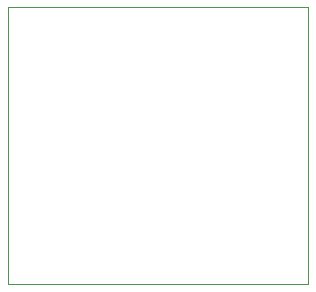
<source format=gbr>
%TF.GenerationSoftware,KiCad,Pcbnew,7.0.1*%
%TF.CreationDate,2023-07-22T00:41:28+01:00*%
%TF.ProjectId,pcb,7063622e-6b69-4636-9164-5f7063625858,rev?*%
%TF.SameCoordinates,Original*%
%TF.FileFunction,Profile,NP*%
%FSLAX46Y46*%
G04 Gerber Fmt 4.6, Leading zero omitted, Abs format (unit mm)*
G04 Created by KiCad (PCBNEW 7.0.1) date 2023-07-22 00:41:28*
%MOMM*%
%LPD*%
G01*
G04 APERTURE LIST*
%TA.AperFunction,Profile*%
%ADD10C,0.100000*%
%TD*%
G04 APERTURE END LIST*
D10*
X128270000Y-97155000D02*
X153670000Y-97155000D01*
X153670000Y-120650000D01*
X128270000Y-120650000D01*
X128270000Y-97155000D01*
M02*

</source>
